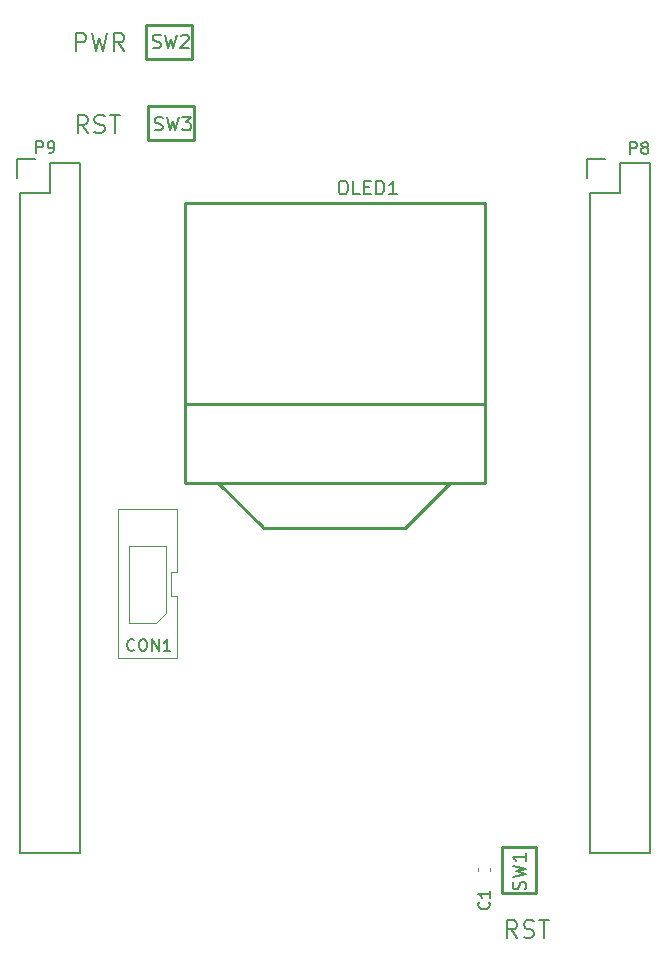
<source format=gbr>
%TF.GenerationSoftware,KiCad,Pcbnew,(5.1.7-0-10_14)*%
%TF.CreationDate,2020-11-05T11:20:50+08:00*%
%TF.ProjectId,bbb_cape,6262625f-6361-4706-952e-6b696361645f,rev?*%
%TF.SameCoordinates,Original*%
%TF.FileFunction,Legend,Top*%
%TF.FilePolarity,Positive*%
%FSLAX46Y46*%
G04 Gerber Fmt 4.6, Leading zero omitted, Abs format (unit mm)*
G04 Created by KiCad (PCBNEW (5.1.7-0-10_14)) date 2020-11-05 11:20:50*
%MOMM*%
%LPD*%
G01*
G04 APERTURE LIST*
%ADD10C,0.200000*%
%ADD11C,0.120000*%
%ADD12C,0.254000*%
%ADD13C,0.150000*%
%ADD14C,0.152400*%
G04 APERTURE END LIST*
D10*
X157168671Y-126750971D02*
X156668671Y-126036685D01*
X156311528Y-126750971D02*
X156311528Y-125250971D01*
X156882957Y-125250971D01*
X157025814Y-125322400D01*
X157097242Y-125393828D01*
X157168671Y-125536685D01*
X157168671Y-125750971D01*
X157097242Y-125893828D01*
X157025814Y-125965257D01*
X156882957Y-126036685D01*
X156311528Y-126036685D01*
X157740100Y-126679542D02*
X157954385Y-126750971D01*
X158311528Y-126750971D01*
X158454385Y-126679542D01*
X158525814Y-126608114D01*
X158597242Y-126465257D01*
X158597242Y-126322400D01*
X158525814Y-126179542D01*
X158454385Y-126108114D01*
X158311528Y-126036685D01*
X158025814Y-125965257D01*
X157882957Y-125893828D01*
X157811528Y-125822400D01*
X157740100Y-125679542D01*
X157740100Y-125536685D01*
X157811528Y-125393828D01*
X157882957Y-125322400D01*
X158025814Y-125250971D01*
X158382957Y-125250971D01*
X158597242Y-125322400D01*
X159025814Y-125250971D02*
X159882957Y-125250971D01*
X159454385Y-126750971D02*
X159454385Y-125250971D01*
X120828671Y-58600971D02*
X120328671Y-57886685D01*
X119971528Y-58600971D02*
X119971528Y-57100971D01*
X120542957Y-57100971D01*
X120685814Y-57172400D01*
X120757242Y-57243828D01*
X120828671Y-57386685D01*
X120828671Y-57600971D01*
X120757242Y-57743828D01*
X120685814Y-57815257D01*
X120542957Y-57886685D01*
X119971528Y-57886685D01*
X121400100Y-58529542D02*
X121614385Y-58600971D01*
X121971528Y-58600971D01*
X122114385Y-58529542D01*
X122185814Y-58458114D01*
X122257242Y-58315257D01*
X122257242Y-58172400D01*
X122185814Y-58029542D01*
X122114385Y-57958114D01*
X121971528Y-57886685D01*
X121685814Y-57815257D01*
X121542957Y-57743828D01*
X121471528Y-57672400D01*
X121400100Y-57529542D01*
X121400100Y-57386685D01*
X121471528Y-57243828D01*
X121542957Y-57172400D01*
X121685814Y-57100971D01*
X122042957Y-57100971D01*
X122257242Y-57172400D01*
X122685814Y-57100971D02*
X123542957Y-57100971D01*
X123114385Y-58600971D02*
X123114385Y-57100971D01*
X119820100Y-51640971D02*
X119820100Y-50140971D01*
X120391528Y-50140971D01*
X120534385Y-50212400D01*
X120605814Y-50283828D01*
X120677242Y-50426685D01*
X120677242Y-50640971D01*
X120605814Y-50783828D01*
X120534385Y-50855257D01*
X120391528Y-50926685D01*
X119820100Y-50926685D01*
X121177242Y-50140971D02*
X121534385Y-51640971D01*
X121820100Y-50569542D01*
X122105814Y-51640971D01*
X122462957Y-50140971D01*
X123891528Y-51640971D02*
X123391528Y-50926685D01*
X123034385Y-51640971D02*
X123034385Y-50140971D01*
X123605814Y-50140971D01*
X123748671Y-50212400D01*
X123820100Y-50283828D01*
X123891528Y-50426685D01*
X123891528Y-50640971D01*
X123820100Y-50783828D01*
X123748671Y-50855257D01*
X123605814Y-50926685D01*
X123034385Y-50926685D01*
D11*
%TO.C,CON1*%
X127430100Y-99212400D02*
X126660100Y-100042400D01*
X127430100Y-99202400D02*
X127470100Y-93537400D01*
X124942570Y-93537400D02*
X124300100Y-93537400D01*
X127470100Y-93537400D02*
X124920100Y-93542400D01*
X124300100Y-98677400D02*
X124300100Y-93537400D01*
X124300100Y-99272400D02*
X124300100Y-98677400D01*
X124300100Y-100072400D02*
X124300100Y-99312400D01*
X126630100Y-100072400D02*
X124300100Y-100072400D01*
X128350100Y-103087400D02*
X123350100Y-103087400D01*
X123350100Y-103087400D02*
X123350100Y-90437400D01*
X123350100Y-90437400D02*
X128350100Y-90437400D01*
X128350100Y-90437400D02*
X128350100Y-95762400D01*
X128350100Y-95762400D02*
X127850100Y-95762400D01*
X127850100Y-95762400D02*
X127850100Y-97762400D01*
X127850100Y-97762400D02*
X128350100Y-97762400D01*
X128350100Y-97762400D02*
X128350100Y-103087400D01*
D12*
%TO.C,SW3*%
X127004374Y-59212392D02*
X128704396Y-59212392D01*
X125910142Y-59202232D02*
X125910142Y-56302314D01*
X129810058Y-59202232D02*
X125910142Y-59202232D01*
X129810058Y-56302314D02*
X129810058Y-59202232D01*
X125910142Y-56302314D02*
X129810058Y-56302314D01*
%TO.C,SW2*%
X126854404Y-52332392D02*
X128554426Y-52332392D01*
X125760172Y-52322232D02*
X125760172Y-49422314D01*
X129660088Y-52322232D02*
X125760172Y-52322232D01*
X129660088Y-49422314D02*
X129660088Y-52322232D01*
X125760172Y-49422314D02*
X129660088Y-49422314D01*
%TO.C,OLED1*%
X154447146Y-64512389D02*
X154447146Y-88200480D01*
X129047146Y-64512389D02*
X129047146Y-88200480D01*
X129047146Y-64512389D02*
X154447146Y-64512389D01*
X135651146Y-92010480D02*
X147589146Y-92010480D01*
X129060100Y-81512406D02*
X154460100Y-81512406D01*
X129047146Y-88200480D02*
X154447146Y-88200480D01*
X135651146Y-92010480D02*
X135651146Y-91992141D01*
X135651146Y-91992141D02*
X131859485Y-88200480D01*
X147723766Y-92010480D02*
X151526146Y-88200480D01*
%TO.C,SW1*%
X155900108Y-120166674D02*
X155900108Y-121866696D01*
X155910268Y-119072442D02*
X158810186Y-119072442D01*
X155910268Y-122972358D02*
X155910268Y-119072442D01*
X158810186Y-122972358D02*
X155910268Y-122972358D01*
X158810186Y-119072442D02*
X158810186Y-122972358D01*
D11*
%TO.C,C1*%
X153860100Y-121088667D02*
X153860100Y-120796133D01*
X154880100Y-121088667D02*
X154880100Y-120796133D01*
D13*
%TO.C,P8*%
X168440100Y-119532400D02*
X168440100Y-61112400D01*
X163360100Y-119532400D02*
X163360100Y-63652400D01*
X168440100Y-119532400D02*
X163360100Y-119532400D01*
X168440100Y-61112400D02*
X165900100Y-61112400D01*
X164630100Y-60832400D02*
X163080100Y-60832400D01*
X165900100Y-61112400D02*
X165900100Y-63652400D01*
X165900100Y-63652400D02*
X163360100Y-63652400D01*
X163080100Y-60832400D02*
X163080100Y-62382400D01*
%TO.C,P9*%
X120180100Y-119532400D02*
X120180100Y-61112400D01*
X115100100Y-119532400D02*
X115100100Y-63652400D01*
X120180100Y-119532400D02*
X115100100Y-119532400D01*
X120180100Y-61112400D02*
X117640100Y-61112400D01*
X116370100Y-60832400D02*
X114820100Y-60832400D01*
X117640100Y-61112400D02*
X117640100Y-63652400D01*
X117640100Y-63652400D02*
X115100100Y-63652400D01*
X114820100Y-60832400D02*
X114820100Y-62382400D01*
%TO.C,CON1*%
X124785814Y-102359542D02*
X124738195Y-102407161D01*
X124595338Y-102454780D01*
X124500100Y-102454780D01*
X124357242Y-102407161D01*
X124262004Y-102311923D01*
X124214385Y-102216685D01*
X124166766Y-102026209D01*
X124166766Y-101883352D01*
X124214385Y-101692876D01*
X124262004Y-101597638D01*
X124357242Y-101502400D01*
X124500100Y-101454780D01*
X124595338Y-101454780D01*
X124738195Y-101502400D01*
X124785814Y-101550019D01*
X125404861Y-101454780D02*
X125595338Y-101454780D01*
X125690576Y-101502400D01*
X125785814Y-101597638D01*
X125833433Y-101788114D01*
X125833433Y-102121447D01*
X125785814Y-102311923D01*
X125690576Y-102407161D01*
X125595338Y-102454780D01*
X125404861Y-102454780D01*
X125309623Y-102407161D01*
X125214385Y-102311923D01*
X125166766Y-102121447D01*
X125166766Y-101788114D01*
X125214385Y-101597638D01*
X125309623Y-101502400D01*
X125404861Y-101454780D01*
X126262004Y-102454780D02*
X126262004Y-101454780D01*
X126833433Y-102454780D01*
X126833433Y-101454780D01*
X127833433Y-102454780D02*
X127262004Y-102454780D01*
X127547719Y-102454780D02*
X127547719Y-101454780D01*
X127452480Y-101597638D01*
X127357242Y-101692876D01*
X127262004Y-101740495D01*
%TO.C,SW3*%
D14*
X126506874Y-58325042D02*
X126670160Y-58379471D01*
X126942302Y-58379471D01*
X127051160Y-58325042D01*
X127105588Y-58270614D01*
X127160017Y-58161757D01*
X127160017Y-58052900D01*
X127105588Y-57944042D01*
X127051160Y-57889614D01*
X126942302Y-57835185D01*
X126724588Y-57780757D01*
X126615731Y-57726328D01*
X126561302Y-57671900D01*
X126506874Y-57563042D01*
X126506874Y-57454185D01*
X126561302Y-57345328D01*
X126615731Y-57290900D01*
X126724588Y-57236471D01*
X126996731Y-57236471D01*
X127160017Y-57290900D01*
X127541017Y-57236471D02*
X127813160Y-58379471D01*
X128030874Y-57563042D01*
X128248588Y-58379471D01*
X128520731Y-57236471D01*
X128847302Y-57236471D02*
X129554874Y-57236471D01*
X129173874Y-57671900D01*
X129337160Y-57671900D01*
X129446017Y-57726328D01*
X129500445Y-57780757D01*
X129554874Y-57889614D01*
X129554874Y-58161757D01*
X129500445Y-58270614D01*
X129446017Y-58325042D01*
X129337160Y-58379471D01*
X129010588Y-58379471D01*
X128901731Y-58325042D01*
X128847302Y-58270614D01*
%TO.C,SW2*%
X126336874Y-51365042D02*
X126500160Y-51419471D01*
X126772302Y-51419471D01*
X126881160Y-51365042D01*
X126935588Y-51310614D01*
X126990017Y-51201757D01*
X126990017Y-51092900D01*
X126935588Y-50984042D01*
X126881160Y-50929614D01*
X126772302Y-50875185D01*
X126554588Y-50820757D01*
X126445731Y-50766328D01*
X126391302Y-50711900D01*
X126336874Y-50603042D01*
X126336874Y-50494185D01*
X126391302Y-50385328D01*
X126445731Y-50330900D01*
X126554588Y-50276471D01*
X126826731Y-50276471D01*
X126990017Y-50330900D01*
X127371017Y-50276471D02*
X127643160Y-51419471D01*
X127860874Y-50603042D01*
X128078588Y-51419471D01*
X128350731Y-50276471D01*
X128731731Y-50385328D02*
X128786160Y-50330900D01*
X128895017Y-50276471D01*
X129167160Y-50276471D01*
X129276017Y-50330900D01*
X129330445Y-50385328D01*
X129384874Y-50494185D01*
X129384874Y-50603042D01*
X129330445Y-50766328D01*
X128677302Y-51419471D01*
X129384874Y-51419471D01*
%TO.C,OLED1*%
X142336063Y-62646229D02*
X142553777Y-62646229D01*
X142662634Y-62700658D01*
X142771491Y-62809515D01*
X142825920Y-63027229D01*
X142825920Y-63408229D01*
X142771491Y-63625943D01*
X142662634Y-63734800D01*
X142553777Y-63789229D01*
X142336063Y-63789229D01*
X142227206Y-63734800D01*
X142118348Y-63625943D01*
X142063920Y-63408229D01*
X142063920Y-63027229D01*
X142118348Y-62809515D01*
X142227206Y-62700658D01*
X142336063Y-62646229D01*
X143860063Y-63789229D02*
X143315777Y-63789229D01*
X143315777Y-62646229D01*
X144241063Y-63190515D02*
X144622063Y-63190515D01*
X144785348Y-63789229D02*
X144241063Y-63789229D01*
X144241063Y-62646229D01*
X144785348Y-62646229D01*
X145275206Y-63789229D02*
X145275206Y-62646229D01*
X145547348Y-62646229D01*
X145710634Y-62700658D01*
X145819491Y-62809515D01*
X145873920Y-62918372D01*
X145928348Y-63136086D01*
X145928348Y-63299372D01*
X145873920Y-63517086D01*
X145819491Y-63625943D01*
X145710634Y-63734800D01*
X145547348Y-63789229D01*
X145275206Y-63789229D01*
X147016920Y-63789229D02*
X146363777Y-63789229D01*
X146690348Y-63789229D02*
X146690348Y-62646229D01*
X146581491Y-62809515D01*
X146472634Y-62918372D01*
X146363777Y-62972800D01*
%TO.C,SW1*%
X157882742Y-122647174D02*
X157937171Y-122483888D01*
X157937171Y-122211745D01*
X157882742Y-122102888D01*
X157828314Y-122048460D01*
X157719457Y-121994031D01*
X157610600Y-121994031D01*
X157501742Y-122048460D01*
X157447314Y-122102888D01*
X157392885Y-122211745D01*
X157338457Y-122429460D01*
X157284028Y-122538317D01*
X157229600Y-122592745D01*
X157120742Y-122647174D01*
X157011885Y-122647174D01*
X156903028Y-122592745D01*
X156848600Y-122538317D01*
X156794171Y-122429460D01*
X156794171Y-122157317D01*
X156848600Y-121994031D01*
X156794171Y-121613031D02*
X157937171Y-121340888D01*
X157120742Y-121123174D01*
X157937171Y-120905460D01*
X156794171Y-120633317D01*
X157937171Y-119599174D02*
X157937171Y-120252317D01*
X157937171Y-119925745D02*
X156794171Y-119925745D01*
X156957457Y-120034602D01*
X157066314Y-120143460D01*
X157120742Y-120252317D01*
%TO.C,C1*%
D13*
X154787242Y-123719066D02*
X154834861Y-123766685D01*
X154882480Y-123909542D01*
X154882480Y-124004780D01*
X154834861Y-124147638D01*
X154739623Y-124242876D01*
X154644385Y-124290495D01*
X154453909Y-124338114D01*
X154311052Y-124338114D01*
X154120576Y-124290495D01*
X154025338Y-124242876D01*
X153930100Y-124147638D01*
X153882480Y-124004780D01*
X153882480Y-123909542D01*
X153930100Y-123766685D01*
X153977719Y-123719066D01*
X154882480Y-122766685D02*
X154882480Y-123338114D01*
X154882480Y-123052400D02*
X153882480Y-123052400D01*
X154025338Y-123147638D01*
X154120576Y-123242876D01*
X154168195Y-123338114D01*
%TO.C,P8*%
X166752004Y-60364780D02*
X166752004Y-59364780D01*
X167132957Y-59364780D01*
X167228195Y-59412400D01*
X167275814Y-59460019D01*
X167323433Y-59555257D01*
X167323433Y-59698114D01*
X167275814Y-59793352D01*
X167228195Y-59840971D01*
X167132957Y-59888590D01*
X166752004Y-59888590D01*
X167894861Y-59793352D02*
X167799623Y-59745733D01*
X167752004Y-59698114D01*
X167704385Y-59602876D01*
X167704385Y-59555257D01*
X167752004Y-59460019D01*
X167799623Y-59412400D01*
X167894861Y-59364780D01*
X168085338Y-59364780D01*
X168180576Y-59412400D01*
X168228195Y-59460019D01*
X168275814Y-59555257D01*
X168275814Y-59602876D01*
X168228195Y-59698114D01*
X168180576Y-59745733D01*
X168085338Y-59793352D01*
X167894861Y-59793352D01*
X167799623Y-59840971D01*
X167752004Y-59888590D01*
X167704385Y-59983828D01*
X167704385Y-60174304D01*
X167752004Y-60269542D01*
X167799623Y-60317161D01*
X167894861Y-60364780D01*
X168085338Y-60364780D01*
X168180576Y-60317161D01*
X168228195Y-60269542D01*
X168275814Y-60174304D01*
X168275814Y-59983828D01*
X168228195Y-59888590D01*
X168180576Y-59840971D01*
X168085338Y-59793352D01*
%TO.C,P9*%
X116482004Y-60274780D02*
X116482004Y-59274780D01*
X116862957Y-59274780D01*
X116958195Y-59322400D01*
X117005814Y-59370019D01*
X117053433Y-59465257D01*
X117053433Y-59608114D01*
X117005814Y-59703352D01*
X116958195Y-59750971D01*
X116862957Y-59798590D01*
X116482004Y-59798590D01*
X117529623Y-60274780D02*
X117720100Y-60274780D01*
X117815338Y-60227161D01*
X117862957Y-60179542D01*
X117958195Y-60036685D01*
X118005814Y-59846209D01*
X118005814Y-59465257D01*
X117958195Y-59370019D01*
X117910576Y-59322400D01*
X117815338Y-59274780D01*
X117624861Y-59274780D01*
X117529623Y-59322400D01*
X117482004Y-59370019D01*
X117434385Y-59465257D01*
X117434385Y-59703352D01*
X117482004Y-59798590D01*
X117529623Y-59846209D01*
X117624861Y-59893828D01*
X117815338Y-59893828D01*
X117910576Y-59846209D01*
X117958195Y-59798590D01*
X118005814Y-59703352D01*
%TD*%
M02*

</source>
